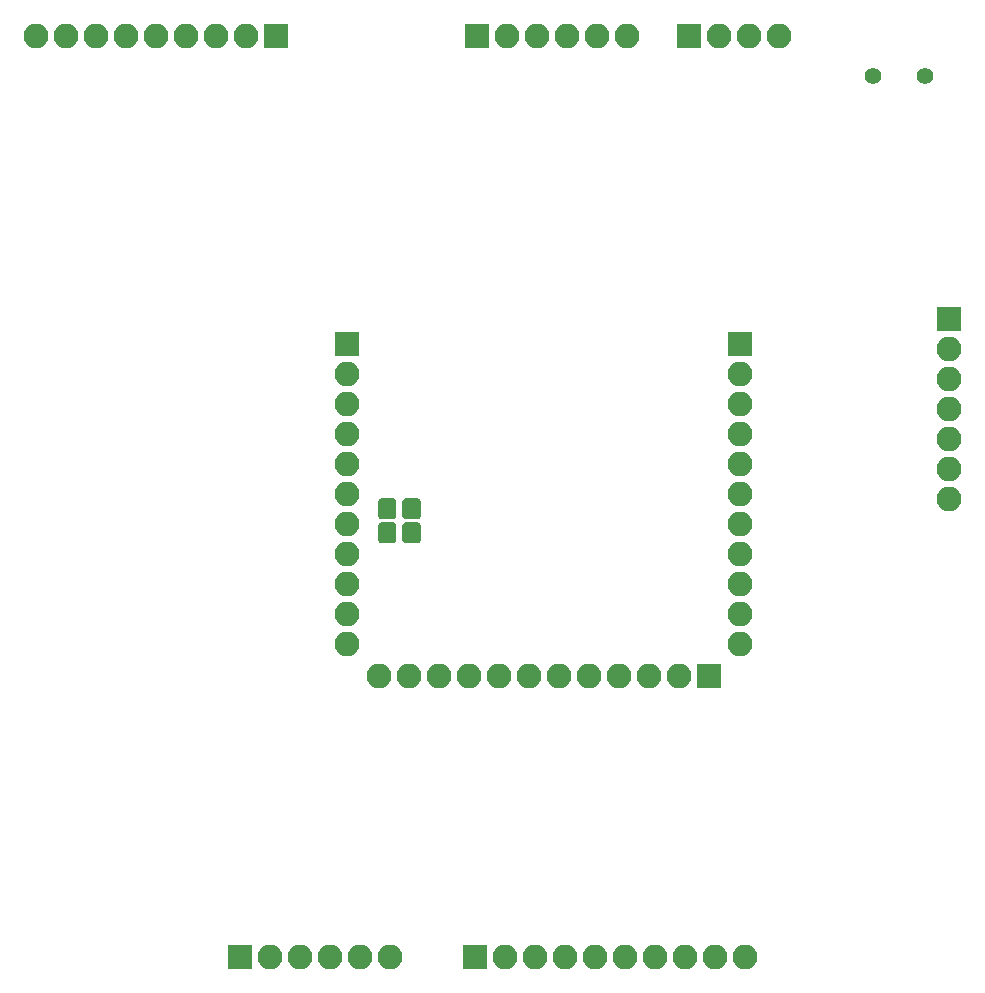
<source format=gbr>
G04 #@! TF.GenerationSoftware,KiCad,Pcbnew,(5.0.0)*
G04 #@! TF.CreationDate,2019-11-03T00:35:12+02:00*
G04 #@! TF.ProjectId,WatchBorad,5761746368426F7261642E6B69636164,rev?*
G04 #@! TF.SameCoordinates,Original*
G04 #@! TF.FileFunction,Soldermask,Bot*
G04 #@! TF.FilePolarity,Negative*
%FSLAX46Y46*%
G04 Gerber Fmt 4.6, Leading zero omitted, Abs format (unit mm)*
G04 Created by KiCad (PCBNEW (5.0.0)) date 11/03/19 00:35:12*
%MOMM*%
%LPD*%
G01*
G04 APERTURE LIST*
%ADD10R,2.100000X2.100000*%
%ADD11O,2.100000X2.100000*%
%ADD12C,0.100000*%
%ADD13C,1.550000*%
%ADD14C,1.400000*%
G04 APERTURE END LIST*
D10*
G04 #@! TO.C,J10*
X132000001Y-93011001D03*
D11*
X132000001Y-95551001D03*
X132000001Y-98091001D03*
X132000001Y-100631001D03*
X132000001Y-103171001D03*
X132000001Y-105711001D03*
X132000001Y-108251001D03*
G04 #@! TD*
D12*
G04 #@! TO.C,L2*
G36*
X86958071Y-108163623D02*
X86990781Y-108168475D01*
X87022857Y-108176509D01*
X87053991Y-108187649D01*
X87083884Y-108201787D01*
X87112247Y-108218787D01*
X87138807Y-108238485D01*
X87163308Y-108260692D01*
X87185515Y-108285193D01*
X87205213Y-108311753D01*
X87222213Y-108340116D01*
X87236351Y-108370009D01*
X87247491Y-108401143D01*
X87255525Y-108433219D01*
X87260377Y-108465929D01*
X87262000Y-108498956D01*
X87262000Y-109625044D01*
X87260377Y-109658071D01*
X87255525Y-109690781D01*
X87247491Y-109722857D01*
X87236351Y-109753991D01*
X87222213Y-109783884D01*
X87205213Y-109812247D01*
X87185515Y-109838807D01*
X87163308Y-109863308D01*
X87138807Y-109885515D01*
X87112247Y-109905213D01*
X87083884Y-109922213D01*
X87053991Y-109936351D01*
X87022857Y-109947491D01*
X86990781Y-109955525D01*
X86958071Y-109960377D01*
X86925044Y-109962000D01*
X86048956Y-109962000D01*
X86015929Y-109960377D01*
X85983219Y-109955525D01*
X85951143Y-109947491D01*
X85920009Y-109936351D01*
X85890116Y-109922213D01*
X85861753Y-109905213D01*
X85835193Y-109885515D01*
X85810692Y-109863308D01*
X85788485Y-109838807D01*
X85768787Y-109812247D01*
X85751787Y-109783884D01*
X85737649Y-109753991D01*
X85726509Y-109722857D01*
X85718475Y-109690781D01*
X85713623Y-109658071D01*
X85712000Y-109625044D01*
X85712000Y-108498956D01*
X85713623Y-108465929D01*
X85718475Y-108433219D01*
X85726509Y-108401143D01*
X85737649Y-108370009D01*
X85751787Y-108340116D01*
X85768787Y-108311753D01*
X85788485Y-108285193D01*
X85810692Y-108260692D01*
X85835193Y-108238485D01*
X85861753Y-108218787D01*
X85890116Y-108201787D01*
X85920009Y-108187649D01*
X85951143Y-108176509D01*
X85983219Y-108168475D01*
X86015929Y-108163623D01*
X86048956Y-108162000D01*
X86925044Y-108162000D01*
X86958071Y-108163623D01*
X86958071Y-108163623D01*
G37*
D13*
X86487000Y-109062000D03*
D12*
G36*
X84908071Y-108163623D02*
X84940781Y-108168475D01*
X84972857Y-108176509D01*
X85003991Y-108187649D01*
X85033884Y-108201787D01*
X85062247Y-108218787D01*
X85088807Y-108238485D01*
X85113308Y-108260692D01*
X85135515Y-108285193D01*
X85155213Y-108311753D01*
X85172213Y-108340116D01*
X85186351Y-108370009D01*
X85197491Y-108401143D01*
X85205525Y-108433219D01*
X85210377Y-108465929D01*
X85212000Y-108498956D01*
X85212000Y-109625044D01*
X85210377Y-109658071D01*
X85205525Y-109690781D01*
X85197491Y-109722857D01*
X85186351Y-109753991D01*
X85172213Y-109783884D01*
X85155213Y-109812247D01*
X85135515Y-109838807D01*
X85113308Y-109863308D01*
X85088807Y-109885515D01*
X85062247Y-109905213D01*
X85033884Y-109922213D01*
X85003991Y-109936351D01*
X84972857Y-109947491D01*
X84940781Y-109955525D01*
X84908071Y-109960377D01*
X84875044Y-109962000D01*
X83998956Y-109962000D01*
X83965929Y-109960377D01*
X83933219Y-109955525D01*
X83901143Y-109947491D01*
X83870009Y-109936351D01*
X83840116Y-109922213D01*
X83811753Y-109905213D01*
X83785193Y-109885515D01*
X83760692Y-109863308D01*
X83738485Y-109838807D01*
X83718787Y-109812247D01*
X83701787Y-109783884D01*
X83687649Y-109753991D01*
X83676509Y-109722857D01*
X83668475Y-109690781D01*
X83663623Y-109658071D01*
X83662000Y-109625044D01*
X83662000Y-108498956D01*
X83663623Y-108465929D01*
X83668475Y-108433219D01*
X83676509Y-108401143D01*
X83687649Y-108370009D01*
X83701787Y-108340116D01*
X83718787Y-108311753D01*
X83738485Y-108285193D01*
X83760692Y-108260692D01*
X83785193Y-108238485D01*
X83811753Y-108218787D01*
X83840116Y-108201787D01*
X83870009Y-108187649D01*
X83901143Y-108176509D01*
X83933219Y-108168475D01*
X83965929Y-108163623D01*
X83998956Y-108162000D01*
X84875044Y-108162000D01*
X84908071Y-108163623D01*
X84908071Y-108163623D01*
G37*
D13*
X84437000Y-109062000D03*
G04 #@! TD*
D12*
G04 #@! TO.C,L1*
G36*
X86958071Y-110195623D02*
X86990781Y-110200475D01*
X87022857Y-110208509D01*
X87053991Y-110219649D01*
X87083884Y-110233787D01*
X87112247Y-110250787D01*
X87138807Y-110270485D01*
X87163308Y-110292692D01*
X87185515Y-110317193D01*
X87205213Y-110343753D01*
X87222213Y-110372116D01*
X87236351Y-110402009D01*
X87247491Y-110433143D01*
X87255525Y-110465219D01*
X87260377Y-110497929D01*
X87262000Y-110530956D01*
X87262000Y-111657044D01*
X87260377Y-111690071D01*
X87255525Y-111722781D01*
X87247491Y-111754857D01*
X87236351Y-111785991D01*
X87222213Y-111815884D01*
X87205213Y-111844247D01*
X87185515Y-111870807D01*
X87163308Y-111895308D01*
X87138807Y-111917515D01*
X87112247Y-111937213D01*
X87083884Y-111954213D01*
X87053991Y-111968351D01*
X87022857Y-111979491D01*
X86990781Y-111987525D01*
X86958071Y-111992377D01*
X86925044Y-111994000D01*
X86048956Y-111994000D01*
X86015929Y-111992377D01*
X85983219Y-111987525D01*
X85951143Y-111979491D01*
X85920009Y-111968351D01*
X85890116Y-111954213D01*
X85861753Y-111937213D01*
X85835193Y-111917515D01*
X85810692Y-111895308D01*
X85788485Y-111870807D01*
X85768787Y-111844247D01*
X85751787Y-111815884D01*
X85737649Y-111785991D01*
X85726509Y-111754857D01*
X85718475Y-111722781D01*
X85713623Y-111690071D01*
X85712000Y-111657044D01*
X85712000Y-110530956D01*
X85713623Y-110497929D01*
X85718475Y-110465219D01*
X85726509Y-110433143D01*
X85737649Y-110402009D01*
X85751787Y-110372116D01*
X85768787Y-110343753D01*
X85788485Y-110317193D01*
X85810692Y-110292692D01*
X85835193Y-110270485D01*
X85861753Y-110250787D01*
X85890116Y-110233787D01*
X85920009Y-110219649D01*
X85951143Y-110208509D01*
X85983219Y-110200475D01*
X86015929Y-110195623D01*
X86048956Y-110194000D01*
X86925044Y-110194000D01*
X86958071Y-110195623D01*
X86958071Y-110195623D01*
G37*
D13*
X86487000Y-111094000D03*
D12*
G36*
X84908071Y-110195623D02*
X84940781Y-110200475D01*
X84972857Y-110208509D01*
X85003991Y-110219649D01*
X85033884Y-110233787D01*
X85062247Y-110250787D01*
X85088807Y-110270485D01*
X85113308Y-110292692D01*
X85135515Y-110317193D01*
X85155213Y-110343753D01*
X85172213Y-110372116D01*
X85186351Y-110402009D01*
X85197491Y-110433143D01*
X85205525Y-110465219D01*
X85210377Y-110497929D01*
X85212000Y-110530956D01*
X85212000Y-111657044D01*
X85210377Y-111690071D01*
X85205525Y-111722781D01*
X85197491Y-111754857D01*
X85186351Y-111785991D01*
X85172213Y-111815884D01*
X85155213Y-111844247D01*
X85135515Y-111870807D01*
X85113308Y-111895308D01*
X85088807Y-111917515D01*
X85062247Y-111937213D01*
X85033884Y-111954213D01*
X85003991Y-111968351D01*
X84972857Y-111979491D01*
X84940781Y-111987525D01*
X84908071Y-111992377D01*
X84875044Y-111994000D01*
X83998956Y-111994000D01*
X83965929Y-111992377D01*
X83933219Y-111987525D01*
X83901143Y-111979491D01*
X83870009Y-111968351D01*
X83840116Y-111954213D01*
X83811753Y-111937213D01*
X83785193Y-111917515D01*
X83760692Y-111895308D01*
X83738485Y-111870807D01*
X83718787Y-111844247D01*
X83701787Y-111815884D01*
X83687649Y-111785991D01*
X83676509Y-111754857D01*
X83668475Y-111722781D01*
X83663623Y-111690071D01*
X83662000Y-111657044D01*
X83662000Y-110530956D01*
X83663623Y-110497929D01*
X83668475Y-110465219D01*
X83676509Y-110433143D01*
X83687649Y-110402009D01*
X83701787Y-110372116D01*
X83718787Y-110343753D01*
X83738485Y-110317193D01*
X83760692Y-110292692D01*
X83785193Y-110270485D01*
X83811753Y-110250787D01*
X83840116Y-110233787D01*
X83870009Y-110219649D01*
X83901143Y-110208509D01*
X83933219Y-110200475D01*
X83965929Y-110195623D01*
X83998956Y-110194000D01*
X84875044Y-110194000D01*
X84908071Y-110195623D01*
X84908071Y-110195623D01*
G37*
D13*
X84437000Y-111094000D03*
G04 #@! TD*
D10*
G04 #@! TO.C,J9*
X111633000Y-123190000D03*
D11*
X109093000Y-123190000D03*
X106553000Y-123190000D03*
X104013000Y-123190000D03*
X101473000Y-123190000D03*
X98933000Y-123190000D03*
X96393000Y-123190000D03*
X93853000Y-123190000D03*
X91313000Y-123190000D03*
X88773000Y-123190000D03*
X86233000Y-123190000D03*
X83693000Y-123190000D03*
G04 #@! TD*
D10*
G04 #@! TO.C,J8*
X114300000Y-95100000D03*
D11*
X114300000Y-97640000D03*
X114300000Y-100180000D03*
X114300000Y-102720000D03*
X114300000Y-105260000D03*
X114300000Y-107800000D03*
X114300000Y-110340000D03*
X114300000Y-112880000D03*
X114300000Y-115420000D03*
X114300000Y-117960000D03*
X114300000Y-120500000D03*
G04 #@! TD*
D10*
G04 #@! TO.C,J7*
X81000000Y-95100000D03*
D11*
X81000000Y-97640000D03*
X81000000Y-100180000D03*
X81000000Y-102720000D03*
X81000000Y-105260000D03*
X81000000Y-107800000D03*
X81000000Y-110340000D03*
X81000000Y-112880000D03*
X81000000Y-115420000D03*
X81000000Y-117960000D03*
X81000000Y-120500000D03*
G04 #@! TD*
G04 #@! TO.C,J6*
X117620000Y-69000000D03*
X115080000Y-69000000D03*
X112540000Y-69000000D03*
D10*
X110000000Y-69000000D03*
G04 #@! TD*
D11*
G04 #@! TO.C,J5*
X84700000Y-147000000D03*
X82160000Y-147000000D03*
X79620000Y-147000000D03*
X77080000Y-147000000D03*
X74540000Y-147000000D03*
D10*
X72000000Y-147000000D03*
G04 #@! TD*
D14*
G04 #@! TO.C,J3*
X125550000Y-72400000D03*
X129950000Y-72400000D03*
G04 #@! TD*
D11*
G04 #@! TO.C,J4*
X114700000Y-147000000D03*
X112160000Y-147000000D03*
X109620000Y-147000000D03*
X107080000Y-147000000D03*
X104540000Y-147000000D03*
X102000000Y-147000000D03*
X99460000Y-147000000D03*
X96920000Y-147000000D03*
X94380000Y-147000000D03*
D10*
X91840000Y-147000000D03*
G04 #@! TD*
G04 #@! TO.C,J1*
X92000000Y-69000000D03*
D11*
X94540000Y-69000000D03*
X97080000Y-69000000D03*
X99620000Y-69000000D03*
X102160000Y-69000000D03*
X104700000Y-69000000D03*
G04 #@! TD*
D10*
G04 #@! TO.C,J2*
X75000000Y-69000000D03*
D11*
X72460000Y-69000000D03*
X69920000Y-69000000D03*
X67380000Y-69000000D03*
X64840000Y-69000000D03*
X62300000Y-69000000D03*
X59760000Y-69000000D03*
X57220000Y-69000000D03*
X54680000Y-69000000D03*
G04 #@! TD*
M02*

</source>
